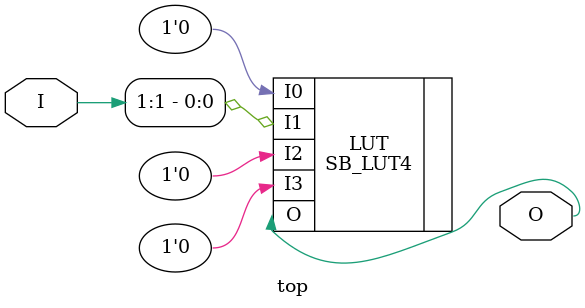
<source format=v>
module top( (* keep *) input [3:0] I, output O);
    //Cell instances
    SB_LUT4 #(
        .LUT_INIT(16'b0100000000000000)
    ) LUT  (
        .I0(1'b0),
        .I1(I[1]),
        .I2(1'b0),
        .I3(1'b0),
        .O(O)
    );
endmodule // top

</source>
